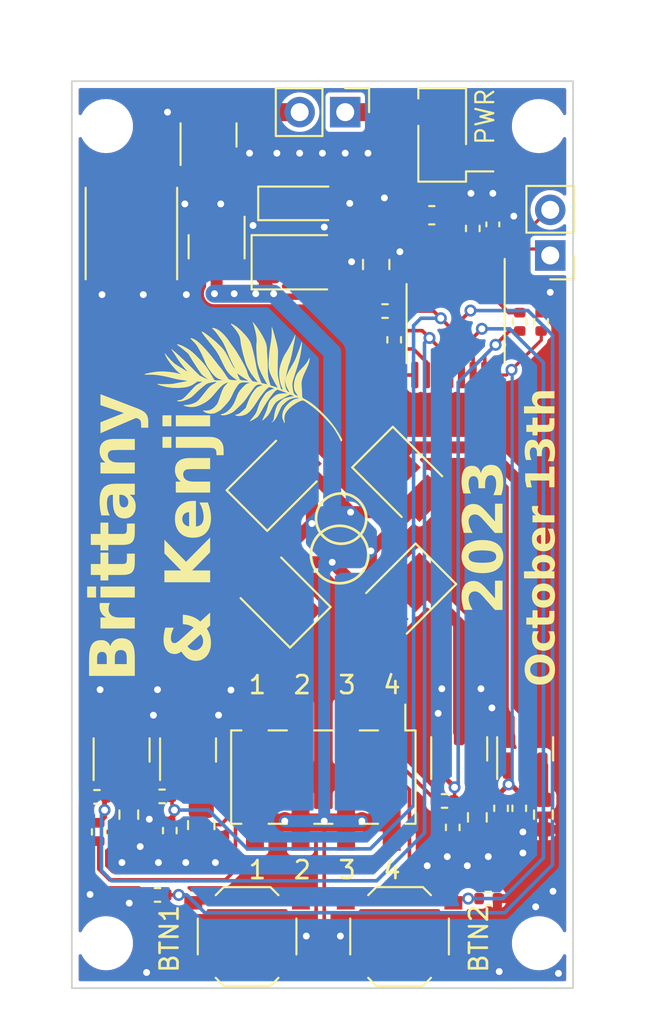
<source format=kicad_pcb>
(kicad_pcb (version 20221018) (generator pcbnew)
  (title_block (title "LED Lantern") (date "2023-09-15") (rev "0.2") (comment 1 "for Wedding Order"))
  (layers (0 "F.Cu" signal) (31 "B.Cu" signal) (34 "B.Paste" user) (35 "F.Paste" user) (36 "B.SilkS" user "B.Silkscreen") (37 "F.SilkS" user "F.Silkscreen") (38 "B.Mask" user) (39 "F.Mask" user) (44 "Edge.Cuts" user))
  (net 0 "")
  (net 1 "GND")
  (net 2 "VDD")
  (net 3 "Net-(BATT1-Pin_1)")
  (net 4 "+3.3V")
  (net 5 "Net-(D1-K)")
  (net 6 "Net-(D2-K)")
  (net 7 "Net-(D3-K)")
  (net 8 "Net-(D4-K)")
  (net 9 "/P1.7")
  (net 10 "/P1.6")
  (net 11 "/P1.5")
  (net 12 "/P1.4")
  (net 13 "/P1.3")
  (net 14 "Net-(U2-LX)")
  (net 15 "Net-(PROG1-Pin_1)")
  (net 16 "Net-(BATT1-Pin_2)")
  (net 17 "Net-(JUMP1-Pin_1)")
  (net 18 "Net-(PROG1-Pin_2)")
  (net 19 "Net-(JUMP1-Pin_3)")
  (net 20 "Net-(Q2-S)")
  (net 21 "Net-(JUMP1-Pin_5)")
  (net 22 "Net-(Q3-S)")
  (net 23 "/P2.0")
  (net 24 "/P2.1")
  (net 25 "/P2.6")
  (net 26 "/P2.7")
  (net 27 "/P1.0")
  (net 28 "/P1.1")
  (net 29 "/P1.2")
  (net 30 "Net-(Q4-S)")
  (net 31 "Net-(JUMP1-Pin_7)")
  (net 32 "Net-(Q5-S)")
  (footprint "LED_SMD:LED_PLCC_2835_Handsoldering" (layer "F.Cu") (at 137.257538 98.142462 45)
    (fp_text reference "D2" hide)
    (fp_text value "GREEN")
  )
  (footprint "Resistor_SMD:R_0402_1005Metric" (layer "F.Cu") (at 130.5032 121.3104)
    (fp_text reference "R23" hide)
    (fp_text value "1M")
  )
  (footprint "Resistor_SMD:R_0402_1005Metric" (layer "F.Cu") (at 127.2286 117.8032 -90)
    (fp_text reference "R18" hide)
    (fp_text value "270k")
  )
  (footprint "Package_TO_SOT_SMD:SOT-23" (layer "F.Cu") (at 151 113.1775 90)
    (fp_text reference "Q5" hide)
    (fp_text value "SI2302")
  )
  (footprint "Package_TO_SOT_SMD:SOT-23" (layer "F.Cu") (at 132.207 113.24 90)
    (fp_text reference "Q2" hide)
    (fp_text value "SI2302")
  )
  (footprint "MountingHole:MountingHole_2.5mm" (layer "F.Cu") (at 151.765 78.5)
    (fp_text reference "SYM1" hide)
    (fp_text value "SYM_ESD_Small")
  )
  (footprint "Resistor_SMD:R_0402_1005Metric" (layer "F.Cu") (at 143.7 90.4 -90)
    (fp_text reference "R10" hide)
    (fp_text value "100")
  )
  (footprint "Resistor_SMD:R_0805_2012Metric" (layer "F.Cu") (at 132.9436 117.4242 90)
    (fp_text reference "R4" hide)
    (fp_text value "24")
  )
  (footprint "Resistor_SMD:R_0402_1005Metric" (layer "F.Cu") (at 150.6728 116.4864 90)
    (fp_text reference "R13" hide)
    (fp_text value "1M")
  )
  (footprint "Resistor_SMD:R_0402_1005Metric" (layer "F.Cu") (at 146.9644 117.5512 90)
    (fp_text reference "R15" hide)
    (fp_text value "1M")
  )
  (footprint "Resistor_SMD:R_0402_1005Metric" (layer "F.Cu") (at 148.9456 121.5136 180)
    (fp_text reference "R22" hide)
    (fp_text value "1M")
  )
  (footprint "Resistor_SMD:R_0402_1005Metric" (layer "F.Cu") (at 146.5072 116.078 180)
    (fp_text reference "R20" hide)
    (fp_text value "270k")
  )
  (footprint "Resistor_SMD:R_0603_1608Metric" (layer "F.Cu") (at 148.336 116.9924 90)
    (fp_text reference "R7" hide)
    (fp_text value "10")
  )
  (footprint "Resistor_SMD:R_0402_1005Metric" (layer "F.Cu") (at 127.129 115.8494)
    (fp_text reference "R11" hide)
    (fp_text value "1M")
  )
  (footprint "Inductor_SMD:L_Taiyo-Yuden_NR-50xx" (layer "F.Cu") (at 129.0495 84.484 -90)
    (fp_text reference "L1" hide)
    (fp_text value "22u")
  )
  (footprint "Resistor_SMD:R_0603_1608Metric" (layer "F.Cu") (at 152.019 116.84 90)
    (fp_text reference "R6" hide)
    (fp_text value "10")
  )
  (footprint "Resistor_SMD:R_0402_1005Metric" (layer "F.Cu") (at 131.191 117.729 -90)
    (fp_text reference "R17" hide)
    (fp_text value "270k")
  )
  (footprint "klib:wedPalmSilk" (layer "F.Cu") (at 136.1 93.35 45)
    (fp_text reference "G***" hide)
    (fp_text value "LOGO" hide)
  )
  (footprint "Capacitor_SMD:C_0402_1005Metric" (layer "F.Cu") (at 149.2 83.975 90)
    (fp_text reference "C1" hide)
    (fp_text value "1n")
  )
  (footprint "Resistor_SMD:R_0402_1005Metric" (layer "F.Cu") (at 150.7 89.4 90)
    (fp_text reference "R14" hide)
    (fp_text value "100")
  )
  (footprint "Package_SO:TSSOP-16_4.4x5mm_P0.65mm" (layer "F.Cu") (at 147.125 89.5 -90)
    (fp_text reference "U1" hide)
    (fp_text value "MSP430FR2110")
  )
  (footprint "Resistor_SMD:R_0402_1005Metric" (layer "F.Cu") (at 148.082 84.201 -90)
    (fp_text reference "R1" hide)
    (fp_text value "47k")
  )
  (footprint "Capacitor_Tantalum_SMD:CP_EIA-3528-21_Kemet-B" (layer "F.Cu") (at 138.212 86.084)
    (fp_text reference "C5" hide)
    (fp_text value "100u")
  )
  (footprint "LED_SMD:LED_PLCC_2835_Handsoldering" (layer "F.Cu") (at 137.257538 104.642462 135)
    (fp_text reference "D1" hide)
    (fp_text value "RED")
  )
  (footprint "Package_TO_SOT_SMD:SOT-23" (layer "F.Cu") (at 133.35 78.994 90)
    (fp_text reference "Q1" hide)
    (fp_text value "SI2302")
  )
  (footprint "Connector_PinHeader_2.54mm:PinHeader_1x02_P2.54mm_Vertical" (layer "F.Cu") (at 140.97 77.724 -90)
    (fp_text reference "BATT1" hide)
    (fp_text value "Conn_01x02_Pin")
  )
  (footprint "Capacitor_Tantalum_SMD:CP_EIA-3216-18_Kemet-A" (layer "F.Cu") (at 138.43 82.804)
    (fp_text reference "C4" hide)
    (fp_text value "10u")
  )
  (footprint "Resistor_SMD:R_0402_1005Metric" (layer "F.Cu") (at 149.6568 116.4864 -90)
    (fp_text reference "R19" hide)
    (fp_text value "270k")
  )
  (footprint "MountingHole:MountingHole_2.5mm" (layer "F.Cu") (at 127.635 78.5)
    (fp_text reference "SYM4" hide)
    (fp_text value "SYM_ESD_Small")
  )
  (footprint "Package_TO_SOT_SMD:SOT-23" (layer "F.Cu") (at 147.325 113.1775 90)
    (fp_text reference "Q4" hide)
    (fp_text value "SI2302")
  )
  (footprint "Capacitor_SMD:C_0603_1608Metric_Pad1.08x0.95mm_HandSolder" (layer "F.Cu") (at 145.7971 83.4644 180)
    (fp_text reference "C3" hide)
    (fp_text value "100n")
  )
  (footprint "MountingHole:MountingHole_2.5mm" (layer "F.Cu") (at 127.635 124)
    (fp_text reference "SYM3" hide)
    (fp_text value "SYM_ESD_Small")
  )
  (footprint "Resistor_SMD:R_0402_1005Metric" (layer "F.Cu") (at 143.19 88.8 180)
    (fp_text reference "R9" hide)
    (fp_text value "100")
  )
  (footprint "Connector_PinHeader_2.54mm:PinHeader_2x04_P2.54mm_Vertical_SMD" (layer "F.Cu") (at 139.75 114.75 -90)
    (fp_text reference "JUMP1" hide)
    (fp_text value "Conn_02x04_Pin")
  )
  (footprint "Resistor_SMD:R_0402_1005Metric" (layer "F.Cu") (at 151.892 89.4 90)
    (fp_text reference "R12" hide)
    (fp_text value "100")
  )
  (footprint "MountingHole:MountingHole_2.5mm" (layer "F.Cu") (at 151.765 124)
    (fp_text reference "SYM2" hide)
    (fp_text value "SYM_ESD_Small")
  )
  (footprint "Connector_PinHeader_2.54mm:PinHeader_1x02_P2.54mm_Vertical" (layer "F.Cu") (at 152.4 85.7046 180)
    (fp_text reference "PROG1" hide)
    (fp_text value "Conn_01x02_Pin")
  )
  (footprint "LED_SMD:LED_PLCC_2835_Handsoldering" (layer "F.Cu") (at 144.257538 98.142462 -45)
    (fp_text reference "D3" hide)
    (fp_text value "BLUE")
  )
  (footprint "Button_Switch_SMD:SW_Push_1P1T_XKB_TS-1187A" (layer "F.Cu") (at 135.5 123.625)
    (fp_text reference "SW3" hide)
    (fp_text value "SW_SPST")
  )
  (footprint "Package_TO_SOT_SMD:SOT-23" (layer "F.Cu") (at 128.503783 113.24 90)
    (fp_text reference "Q3" hide)
    (fp_text value "SI2302")
  )
  (footprint "Button_Switch_SMD:SW_Push_1P1T_XKB_TS-1187A" (layer "F.Cu") (at 144 123.625)
    (fp_text reference "SW2" hide)
    (fp_text value "SW_SPST")
  )
  (footprint "Package_TO_SOT_SMD:SOT-23" (layer "F.Cu") (at 133.7995 85.2215 -90)
    (fp_text reference "U2" hide)
    (fp_text value "ME2188")
  )
  (footprint "Connector_PinHeader_2.54mm:PinHeader_1x02_P2.54mm_Vertical_SMD_Pin1Left" (layer "F.Cu") (at 146.3762 78.994 180)
    (fp_text reference "POWER1" hide)
    (fp_text value "Conn_01x02_Pin")
  )
  (footprint "Resistor_SMD:R_0402_1005Metric" (layer "F.Cu") (at 130.7592 115.824)
    (fp_text reference "R8" hide)
    (fp_text value "1M")
  )
  (footprint "Capacitor_SMD:C_0805_2012Metric_Pad1.18x1.45mm_HandSolder" (layer "F.Cu") (at 142.6972 86.2076 90)
    (fp_text reference "C2" hide)
    (fp_text value "10u")
  )
  (footprint "Resistor_SMD:R_0603_1608Metric" (layer "F.Cu") (at 128.905 116.84 90)
    (fp_text reference "R5" hide)
    (fp_text value "8.2")
  )
  (footprint "LED_SMD:LED_PLCC_2835_Handsoldering" (layer "F.Cu") (at 144.257538 104.642462 -135)
    (fp_text reference "D4" hide)
    (fp_text value "WHITE")
  )
  (gr_circle (center 140.657538 102.356675) (end 140.657538 100.756675) (stroke (width 0.15)) (fill none) (layer "F.SilkS"))
  (gr_circle (center 140.743325 100.356675) (end 140.743325 98.956675) (stroke (width 0.15)) (fill none) (layer "F.SilkS"))
  (gr_line (start 125.73 126.5) (end 125.73 76) (stroke (width 0.1)) (layer "Edge.Cuts"))
  (gr_line (start 153.67 126.5) (end 153.67 76) (stroke (width 0.1)) (layer "Edge.Cuts"))
  (gr_line (start 125.73 76) (end 153.67 76) (stroke (width 0.1)) (layer "Edge.Cuts"))
  (gr_line (start 153.67 126.5) (end 125.73 126.5) (stroke (width 0.1)) (layer "Edge.Cuts"))
  (gr_text "1" (at 135.5 110.2) (layer "F.SilkS") (effects (font (size 1 1)) (justify left bottom)))
  (gr_text "2023" (at 150.114 101.4 90) (layer "F.SilkS") (effects (font (size 2.2 2.2) (thickness 0.55) bold) (justify bottom)))
  (gr_text "BTN2" (at 149 123.75 90) (layer "F.SilkS") (effects (font (size 1 1)) (justify bottom)))
  (gr_text "4" (at 143 120.5) (layer "F.SilkS") (effects (font (size 1 1)) (justify left bottom)))
  (gr_text "2" (at 138 110.2) (layer "F.SilkS") (effects (font (size 1 1)) (justify left bottom)))
  (gr_text "4" (at 143 110.2) (layer "F.SilkS") (effects (font (size 1 1)) (justify left bottom)))
  (gr_text "Brittany\n& Kenji" (at 130.302 101.4 90) (layer "F.SilkS") (effects (font (size 2.5 2.5) (thickness 0.5) bold)))
  (gr_text "3" (at 140.5 110.2) (layer "F.SilkS") (effects (font (size 1 1)) (justify left bottom)))
  (gr_text "2" (at 138 120.5) (layer "F.SilkS") (effects (font (size 1 1)) (justify left bottom)))
  (gr_text "1" (at 135.5 120.5) (layer "F.SilkS") (effects (font (size 1 1)) (justify left bottom)))
  (gr_text "PWR" (at 149.352 79.629 90) (layer "F.SilkS") (effects (font (size 1 1) (thickness 0.127)) (justify left bottom)))
  (gr_text "3" (at 140.5 120.5) (layer "F.SilkS") (effects (font (size 1 1)) (justify left bottom)))
  (gr_text "October 13th" (at 152.908 101.4 90) (layer "F.SilkS") (effects (font (size 1.6 1.6) (thickness 0.3) bold) (justify bottom)))
  (gr_text "BTN1" (at 131.75 123.75 90) (layer "F.SilkS") (effects (font (size 1 1)) (justify bottom)))
  (segment (start 146.0153 85.5125) (end 146.15 85.6472) (width 0.275) (layer "F.Cu") (net 1))
  (segment (start 144.0341 85.5125) (end 146.0153 85.5125) (width 0.275) (layer "F.Cu") (net 1))
  (segment (start 144.018 85.4964) (end 144.0341 85.5125) (width 0.275) (layer "F.Cu") (net 1))
  (segment (start 148.209 117.856) (end 148.336 117.729) (width 0.5) (layer "F.Cu") (net 1))
  (segment (start 147.066 117.856) (end 148.209 117.856) (width 0.5) (layer "F.Cu") (net 1))
  (segment (start 146.15 85.6472) (end 146.15 86.6375) (width 0.275) (layer "F.Cu") (net 1))
  (via (at 140.7 123.6) (size 0.67) (drill 0.381) (layers "F.Cu" "B.Cu") (net 1))
  (via (at 128.9304 121.7676) (size 0.67) (drill 0.381) (layers "F.Cu" "B.Cu") (net 1))
  (via (at 126.746 121.285) (size 0.67) (drill 0.381) (layers "F.Cu" "B.Cu") (net 1))
  (via (at 139.7 80.01) (size 0.67) (drill 0.381) (layers "F.Cu" "B.Cu") (net 1))
  (via (at 130.048 117.094) (size 0.67) (drill 0.381) (layers "F.Cu" "B.Cu") (net 1))
  (via (at 127.412 87.884) (size 0.67) (drill 0.381) (layers "F.Cu" "B.Cu") (net 1))
  (via (at 129.54 118.618) (size 0.67) (drill 0.381) (layers "F.Cu" "B.Cu") (net 1))
  (via (at 152.8572 125.6792) (size 0.67) (drill 0.381) (layers "F.Cu" "B.Cu") (net 1))
  (via (at 134.6 109.9) (size 0.67) (drill 0.381) (layers "F.Cu" "B.Cu") (net 1))
  (via (at 138.43 80.01) (size 0.67) (drill 0.381) (layers "F.Cu" "B.Cu") (net 1))
  (via (at 150.876 117.8052) (size 0.67) (drill 0.381) (layers "F.Cu" "B.Cu") (net 1))
  (via (at 149.5552 125.5776) (size 0.67) (drill 0.381) (layers "F.Cu" "B.Cu") (net 1))
  (via (at 146.3548 109.8296) (size 0.67) (drill 0.381) (layers "F.Cu" "B.Cu") (net 1))
  (via (at 140.97 80.01) (size 0.67) (drill 0.381) (layers "F.Cu" "B.Cu") (net 1))
  (via (at 146.6596 119.1768) (size 0.67) (drill 0.381) (layers "F.Cu" "B.Cu") (net 1))
  (via (at 150.368 83.5152) (size 0.67) (drill 0.381) (layers "F.Cu" "B.Cu") (net 1))
  (via (at 130.2766 111.3028) (size 0.67) (drill 0.381) (layers "F.Cu" "B.Cu") (net 1))
  (via (at 133.9088 111.3) (size 0.67) (drill 0.381) (layers "F.Cu" "B.Cu") (net 1))
  (via (at 127.3048 109.8804) (size 0.67) (drill 0.381) (layers "F.Cu" "B.Cu") (net 1))
  (via (at 133.731 119.507) (size 0.67) (drill 0.381) (layers "F.Cu" "B.Cu") (net 1))
  (via (at 144.018 85.4964) (size 0.67) (drill 0.381) (layers "F.Cu" "B.Cu") (net 1))
  (via (at 131.064 77.724) (size 0.67) (drill 0.381) (layers "F.Cu" "B.Cu") (net 1))
  (via (at 132.03075 82.834) (size 0.67) (drill 0.381) (layers "F.Cu" "B.Cu") (net 1))
  (via (at 130.5052 109.8804) (size 0.67) (drill 0.381) (layers "F.Cu" "B.Cu") (net 1))
  (via (at 151.5872 121.9708) (size 0.67) (drill 0.381) (layers "F.Cu" "B.Cu") (net 1))
  (via (at 135.83075 84.034) (size 0.67) (drill 0.381) (layers "F.Cu" "B.Cu") (net 1))
  (via (at 137.16 80.01) (size 0.67) (drill 0.381) (layers "F.Cu" "B.Cu") (net 1))
  (via (at 141.3256 86.0552) (size 0.67) (drill 0.381) (layers "F.Cu" "B.Cu") (net 1))
  (via (at 129.8956 125.6284) (size 0.67) (drill 0.381) (layers "F.Cu" "B.Cu") (net 1))
  (via (at 143.1544 82.4992) (size 0.67) (drill 0.381) (layers "F.Cu" "B.Cu") (net 1))
  (via (at 129.712 87.884) (size 0.67) (drill 0.381) (layers "F.Cu" "B.Cu") (net 1))
  (via (at 132.08 119.507) (size 0.67) (drill 0.381) (layers "F.Cu" "B.Cu") (net 1))
  (via (at 152.4 87.757) (size 0.67) (drill 0.381) (layers "F.Cu" "B.Cu") (net 1))
  (via (at 152.5524 121.1072) (size 0.67) (drill 0.381) (layers "F.Cu" "B.Cu") (net 1))
  (via (at 138.8 123.6) (size 0.67) (drill 0.381) (layers "F.Cu" "B.Cu") (net 1))
  (via (at 130.556 119.507) (size 0.67) (drill 0.381) (layers "F.Cu" "B.Cu") (net 1))
  (via (at 148.9456 119.1768) (size 0.67) (drill 0.381) (layers "F.Cu" "B.Cu") (net 1))
  (via (at 146.1516 111.2012) (size 0.67) (drill 0.381) (layers "F.Cu" "B.Cu") (net 1))
  (via (at 135.636 80.01) (size 0.67) (drill 0.381) (layers "F.Cu" "B.Cu") (net 1))
  (via (at 149.1488 110.8964) (size 0.67) (drill 0.381) (layers "F.Cu" "B.Cu") (net 1))
  (via (at 147.7772 119.6848) (size 0.67) (drill 0.381) (layers "F.Cu" "B.Cu") (net 1))
  (via (at 128.524 119.507) (size 0.67) (drill 0.381) (layers "F.Cu" "B.Cu") (net 1))
  (via (at 148.5392 109.8296) (size 0.67) (drill 0.381) (layers "F.Cu" "B.Cu") (net 1))
  (via (at 132.112 87.884) (size 0.67) (drill 0.381) (layers "F.Cu" "B.Cu") (net 1))
  (via (at 141.224 82.804) (size 0.67) (drill 0.381) (layers "F.Cu" "B.Cu") (net 1))
  (via (at 142.24 80.01) (size 0.67) (drill 0.381) (layers "F.Cu" "B.Cu") (net 1))
  (via (at 139.8016 84.1248) (size 0.67) (drill 0.381) (layers "F.Cu" "B.Cu") (net 1))
  (via (at 134.03075 82.834) (size 0.67) (drill 0.381) (layers "F.Cu" "B.Cu") (net 1))
  (via (at 145.542 119.6848) (size 0.67) (drill 0.381) (layers "F.Cu" "B.Cu") (net 1))
  (via (at 150.876 118.9736) (size 0.67) (drill 0.381) (layers "F.Cu" "B.Cu") (net 1))
  (via (at 147.9804 82.2452) (size 0.67) (drill 0.381) (layers "F.Cu" "B.Cu") (net 1))
  (via (at 149.1996 82.2452) (size 0.67) (drill 0.381) (layers "F.Cu" "B.Cu") (net 1))
  (segment (start 132.4 81.092) (end 132.842 81.534) (width 1) (layer "F.Cu") (net 2))
  (segment (start 129.66 82.684) (end 129.0495 82.684) (width 1) (layer "F.Cu") (net 2))
  (segment (start 137.08 82.804) (end 137.08 81.868) (width 1) (layer "F.Cu") (net 2))
  (segment (start 136.398 81.534) (end 137.08 82.216) (width 1) (layer "F.Cu") (net 2))
  (segment (start 137.668 81.28) (end 142.748 81.28) (width 1) (layer "F.Cu") (net 2))
  (segment (start 137.08 81.868) (end 137.668 81.28) (width 1) (layer "F.Cu") (net 2))
  (segment (start 132.4 79.944) (end 129.66 82.684) (width 1) (layer "F.Cu") (net 2))
  (segment (start 132.842 81.534) (end 136.398 81.534) (width 1) (layer "F.Cu") (net 2))
  (segment (start 132.4 79.9315) (end 132.4 79.944) (width 1) (layer "F.Cu") (net 2))
  (segment (start 132.4 79.9315) (end 132.4 81.092) (width 1) (layer "F.Cu") (net 2))
  (segment (start 142.748 81.28) (end 143.764 80.264) (width 1) (layer "F.Cu") (net 2))
  (segment (start 137.08 82.216) (end 137.08 82.804) (width 1) (layer "F.Cu") (net 2))
  (segment (start 143.764 80.264) (end 148.082 80.264) (width 1) (layer "F.Cu") (net 2))
  (segment (start 140.97 77.724) (end 144.772 77.724) (width 1) (layer "F.Cu") (net 3))
  (segment (start 137.6 117.2) (end 137.675 117.275) (width 1) (layer "F.Cu") (net 4))
  (segment (start 136.1792 103.564124) (end 139.113694 100.62963) (width 0.67) (layer "F.Cu") (net 4))
  (segment (start 139.113694 97.841942) (end 138.335876 97.064124) (width 0.67) (layer "F.Cu") (net 4))
  (segment (start 137.675 117.275) (end 141.825 117.275) (width 1) (layer "F.Cu") (net 4))
  (segment (start 139.113694 100.62963) (end 139.113694 97.841942) (width 0.67) (layer "F.Cu") (net 4))
  (segment (start 147 125.5) (end 141 125.5) (width 0.2) (layer "F.Cu") (net 4))
  (segment (start 146.8 87.7) (end 146.5 88) (width 0.36) (layer "F.Cu") (net 4))
  (segment (start 146.8862 83.691) (end 146.6596 83.4644) (width 0.275) (layer "F.Cu") (net 4))
  (segment (start 136.312 86.159) (end 136.487 85.984) (width 0.67) (layer "F.Cu") (net 4))
  (segment (start 142.494 88) (end 142.494 87.4483) (width 0.36) (layer "F.Cu") (net 4))
  (segment (start 142.494 87.4483) (end 142.6972 87.2451) (width 0.36) (layer "F.Cu") (net 4))
  (segment (start 146.8 86.6375) (end 146.8 83.6048) (width 0.36) (layer "F.Cu") (net 4))
  (segment (start 145.335876 99.2208) (end 142.401382 102.155294) (width 0.67) (layer "F.Cu") (net 4))
  (segment (start 136.487 87.34025) (end 136.98075 87.834) (width 0.67) (layer "F.Cu") (net 4))
  (segment (start 143.0528 88) (end 143.0528 87.6007) (width 0.36) (layer "F.Cu") (net 4))
  (segment (start 144.558058 99.998618) (end 145.335876 99.2208) (width 0.67) (layer "F.Cu") (net 4))
  (segment (start 141.27037 99.998618) (end 144.558058 99.998618) (width 0.67) (layer "F.Cu") (net 4))
  (segment (start 143.56 117.275) (end 141.975 117.275) (width 1) (layer "F.Cu") (net 4))
  (segment (start 137.6 117.2) (end 137.525 117.275) (width 1) (layer "F.Cu") (net 4))
  (segment (start 134.78075 87.834) (end 133.68075 87.834) (width 0.67) (layer "F.Cu") (net 4))
  (segment (start 141.975 117.275) (end 141.9 117.2) (width 1) (layer "F.Cu") (net 4))
  (segment (start 133.7995 86.159) (end 133.7995 87.71525) (width 0.67) (layer "F.Cu") (net 4))
  (segment (start 142.401382 104.942982) (end 143.1792 105.7208) (width 0.67) (layer "F.Cu") (net 4))
  (segment (start 141.825 117.275) (end 141.9 117.2) (width 1) (layer "F.Cu") (net 4))
  (segment (start 136.487 85.984) (end 136.487 87.34025) (width 0.67) (layer "F.Cu") (net 4))
  (segment (start 143.1792 105.7208) (end 140.244706 102.786306) (width 0.67) (layer "F.Cu") (net 4))
  (segment (start 141 125.5) (end 139.8 125.5) (width 0.2) (layer "F.Cu") (net 4))
  (segment (start 136.962 87.81525) (end 136.962 87.584) (width 0.36) (layer "F.Cu") (net 4))
  (segment (start 139.8 117.2) (end 139.8 125.5) (width 0.2) (layer "F.Cu") (net 4))
  (segment (start 140.244706 102.786306) (end 136.957018 102.786306) (width 0.67) (layer "F.Cu") (net 4))
  (segment (start 138.5 125.5) (end 132.5 125.5) (width 0.2) (layer "F.Cu") (net 4))
  (segment (start 139.8 125.5) (end 138.5 125.5) (width 0.2) (layer "F.Cu") (net 4))
  (segment (start 134.78075 87.834) (end 135.98075 87.834) (width 0.67) (layer "F.Cu") (net 4))
  (segment (start 146.8 86.6375) (end 146.8 87.7) (width 0.36) (layer "F.Cu") (net 4))
  (segment (start 133.7995 86.159) (end 136.312 86.159) (width 0.67) (layer "F.Cu") (net 4))
  (segment (start 136.98075 87.834) (end 135.98075 87.834) (width 0.67) (layer "F.Cu") (net 4))
  (segment (start 146.5 88) (end 143.0528 88) (width 0.36) (layer "F.Cu") (net 4))
  (segment (start 133.7995 87.71525) (end 133.68075 87.834) (width 0.67) (layer "F.Cu") (net 4))
  (segment (start 146.8 83.6048) (end 146.6596 83.4644) (width 0.36) (layer "F.Cu") (net 4))
  (segment (start 132.5 125.3) (end 132.5 125.5) (width 0.2) (layer "F.Cu") (net 4))
  (segment (start 148.082 83.691) (end 146.8862 83.691) (width 0.275) (layer "F.Cu") (net 4))
  (segment (start 136.957018 102.786306) (end 136.1792 103.564124) (width 0.67) (layer "F.Cu") (net 4))
  (segment (start 143.0528 87.6007) (end 142.6972 87.2451) (width 0.36) (layer "F.Cu") (net 4))
  (segment (start 137.14675 88) (end 136.962 87.81525) (width 0.36) (layer "F.Cu") (net 4))
  (segment (start 138.335876 97.064124) (end 141.27037 99.998618) (width 0.67) (layer "F.Cu") (net 4))
  (segment (start 137.525 117.275) (end 135.94 117.275) (width 1) (layer "F.Cu") (net 4))
  (segment (start 142.494 88) (end 137.14675 88) (width 0.36) (layer "F.Cu") (net 4))
  (segment (start 142.401382 102.155294) (end 142.401382 104.942982) (width 0.67) (layer "F.Cu") (net 4))
  (segment (start 143.0528 88) (end 142.494 88) (width 0.36) (layer "F.Cu") (net 4))
  (via (at 141.27037 99.998618) (size 0.67) (drill 0.381) (layers "F.Cu" "B.Cu") (net 4))
  (via (at 136.98075 87.834) (size 0.67) (drill 0.381) (layers "F.Cu" "B.Cu") (net 4))
  (via (at 133.68075 87.834) (size 0.67) (drill 0.381) (layers "F.Cu" "B.Cu") (net 4))
  (via (at 141.9 117.2) (size 0.67) (drill 0.381) (layers "F.Cu" "B.Cu") (net 4))
  (via (at 142.401382 102.155294) (size 0.67) (drill 0.381) (layers "F.Cu" "B.Cu") (net 4))
  (via (at 135.98075 87.834) (size 0.67) (drill 0.381) (layers "F.Cu" "B.Cu") (net 4))
  (via (at 139.113694 100.62963) (size 0.67) (drill 0.381) (layers "F.Cu" "B.Cu") (net 4))
  (via (at 140.244706 102.786306) (size 0.67) (drill 0.381) (layers "F.Cu" "B.Cu") (net 4))
  (via (at 139.8 117.2) (size 0.67) (drill 0.381) (layers "F.Cu" "B.Cu") (net 4))
  (via (at 137.6 117.2) (size 0.67) (drill 0.381) (layers "F.Cu" "B.Cu") (net 4))
  (via (at 134.78075 87.834) (size 0.67) (drill 0.381) (layers "F.Cu" "B.Cu") (net 4))
  (segment (start 142.401382 101.12963) (end 141.27037 99.998618) (width 0.67) (layer "B.Cu") (net 4))
  (segment (start 140.244706 102.786306) (end 141.77037 102.786306) (width 0.67) (layer "B.Cu") (net 4))
  (segment (start 140.244706 102.786306) (end 139.8 103.231012) (width 0.67) (layer "B.Cu") (net 4))
  (segment (start 136.98075 87.834) (end 140.244706 91.097956) (width 1) (layer "B.Cu") (net 4))
  (segment (start 142.401382 102.155294) (end 142.401382 101.12963) (width 0.67) (layer "B.Cu") (net 4))
  (segment (start 139.8 102.831012) (end 139.8 117.2) (width 0.67) (layer "B.Cu") (net 4))
  (segment (start 137.6 117.2) (end 139.8 117.2) (width 0.67) (layer "B.Cu") (net 4))
  (segment (start 139.113694 101.655294) (end 140.244706 102.786306) (width 0.67) (layer "B.Cu") (net 4))
  (segment (start 141.27037 99.998618) (end 139.744706 99.998618) (width 0.67) (layer "B.Cu") (net 4))
  (segment (start 141.77037 102.786306) (end 142.401382 102.155294) (width 0.67) (layer "B.Cu") (net 4))
  (segment (start 139.113694 100.62963) (end 139.113694 101.655294) (width 0.67) (layer "B.Cu") (net 4))
  (segment (start 139.744706 99.998618) (end 139.113694 100.62963) (width 0.67) (layer "B.Cu") (net 4))
  (segment (start 141.9 117.2) (end 139.8 117.2) (width 0.67) (layer "B.Cu") (net 4))
  (segment (start 133.68075 87.834) (end 136.98075 87.834) (width 1) (layer "B.Cu") (net 4))
  (segment (start 139.113694 100.62963) (end 139.1 100.615936) (width 0.67) (layer "B.Cu") (net 4))
  (segment (start 140.244706 91.097956) (end 140.244706 102.786306) (width 1) (layer "B.Cu") (net 4))
  (segment (start 132.207 110.617) (end 137.439076 105.384924) (width 0.67) (layer "F.Cu") (net 5))
  (segment (start 132.207 112.3025) (end 132.207 110.617) (width 0.67) (layer "F.Cu") (net 5))
  (segment (start 137.615076 105.384924) (end 138 105.384924) (width 0.6) (layer "F.Cu") (net 5))
  (segment (start 137.439076 105.384924) (end 138 105.384924) (width 0.67) (layer "F.Cu") (net 5))
  (segment (start 128.524 109.982) (end 128.524 112.3025) (width 0.6) (layer "F.Cu") (net 6))
  (segment (start 135.166152 97.536) (end 130.81 97.536) (width 0.6) (layer "F.Cu") (net 6))
  (segment (start 136.515076 98.884924) (end 135.166152 97.536) (width 0.6) (layer "F.Cu") (net 6))
  (segment (start 130.048 108.458) (end 128.524 109.982) (width 0.6) (layer "F.Cu") (net 6))
  (segment (start 130.81 97.536) (end 130.048 98.298) (width 0.6) (layer "F.Cu") (net 6))
  (segment (start 136.280152 98.65) (end 136.515076 98.884924) (width 0.6) (layer "F.Cu") (net 6))
  (segment (start 130.048 98.298) (end 130.048 108.458) (width 0.6) (layer "F.Cu") (net 6))
  (segment (start 150.6728 98.3228) (end 148.743 96.393) (width 0.67) (layer "F.Cu") (net 7))
  (segment (start 150.6728 110.7948) (end 150.6728 98.3228) (width 0.67) (layer "F.Cu") (net 7))
  (segment (start 151 112.24) (end 151 111.122) (width 0.67) (layer "F.Cu") (net 7))
  (segment (start 151 111.122) (end 150.6728 110.7948) (width 0.67) (layer "F.Cu") (net 7))
  (segment (start 148.743 96.393) (end 144.522076 96.393) (width 0.67) (layer "F.Cu") (net 7))
  (segment (start 144.522076 96.393) (end 143.515076 97.4) (width 0.67) (layer "F.Cu") (net 7))
  (segment (start 147.325 106.225) (end 145 103.9) (width 0.67) (layer "F.Cu") (net 8))
  (segment (start 147.317 112.232) (end 147.317 106.233) (width 0.67) (layer "F.Cu") (net 8))
  (segment (start 147.325 112.24) (end 147.317 112.232) (width 0.67) (layer "F.Cu") (net 8))
  (segment (start 147.317 106.233) (end 147.325 106.225) (width 0.67) (layer "F.Cu") (net 8))
  (segment (start 145.669 90.297) (end 145.262 89.89) (width 0.2) (layer "F.Cu") (net 9))
  (segment (start 145.669 90.297) (end 146.15 90.778) (width 0.2) (layer "F.Cu") (net 9))
  (segment (start 145.262 89.89) (end 143.7 89.89) (width 0.2) (layer "F.Cu") (net 9))
  (segment (start 127.553783 114.1775) (end 127.553783 116.968017) (width 0.275) (layer "F.Cu") (net 9))
  (segment (start 146.15 90.778) (end 146.15 92.3625) (width 0.2) (layer "F.Cu") (net 9))
  (segment (start 127.553783 116.968017) (end 127.2286 117.2932) (width 0.275) (layer "F.Cu") (net 9))
  (via (at 145.669 90.297) (size 0.67) (drill 0.381) (layers "F.Cu" "B.Cu") (net 9))
  (via (at 127.553783 116.586) (size 0.67) (drill 0.381) (layers "F.Cu" "B.Cu") (net 9))
  (segment (start 127.9525 120.523) (end 142.7226 120.523) (width 0.2) (layer "B.Cu") (net 9))
  (segment (start 145.3896 117.856) (end 145.3896 90.5764) (width 0.2) (layer "B.Cu") (net 9))
  (segment (start 145.3896 90.5764) (end 145.669 90.297) (width 0.2) (layer "B.Cu") (net 9))
  (segment (start 142.7226 120.523) (end 145.3896 117.856) (width 0.2) (layer "B.Cu") (net 9))
  (segment (start 127.553783 116.586) (end 127.381 116.758783) (width 0.2) (layer "B.Cu") (net 9))
  (segment (start 127.381 119.9515) (end 127.9525 120.523) (width 0.2) (layer "B.Cu") (net 9))
  (segment (start 127.381 116.758783) (end 127.381 119.9515) (width 0.2) (layer "B.Cu") (net 9))
  (segment (start 131.257 115.758) (end 131.191 115.824) (width 0.275) (layer "F.Cu") (net 10))
  (segment (start 146.8 89.7) (end 146.8 92.3625) (width 0.2) (layer "F.Cu") (net 10))
  (segment (start 145.9 88.8) (end 143.7 88.8) (width 0.2) (layer "F.Cu") (net 10))
  (segment (start 131.318 115.951) (end 131.191 115.824) (width 0.2) (layer "F.Cu") (net 10))
  (segment (start 131.445 116.586) (end 131.318 116.459) (width 0.2) (layer "F.Cu") (net 10))
  (segment (start 131.445 116.838) (end 131.064 117.219) (width 0.275) (layer "F.Cu") (net 10))
  (segment (start 131.445 116.586) (end 131.445 116.838) (width 0.275) (layer "F.Cu") (net 10))
  (segment (start 146.3 89.2) (end 146.8 89.7) (width 0.2) (layer "F.Cu") (net 10))
  (segment (start 131.257 114.1775) (end 131.257 115.758) (width 0.275) (layer "F.Cu") (net 10))
  (segment (start 146.3 89.2) (end 145.9 88.8) (width 0.2) (layer "F.Cu") (net 10))
  (segment (start 131.318 116.459) (end 131.318 115.951) (width 0.2) (layer "F.Cu") (net 10))
  (via (at 131.445 116.586) (size 0.67) (drill 0.381) (layers "F.Cu" "B.Cu") (net 10))
  (via (at 146.3 89.2) (size 0.67) (drill 0.381) (layers "F.Cu" "B.Cu") (net 10))
  (segment (start 133.35 116.586) (end 131.445 116.586) (width 0.2) (layer "B.Cu") (net 10))
  (segment (start 135.509 118.745) (end 133.35 116.586) (width 0.2) (layer "B.Cu") (net 10))
  (segment (start 142.367 118.745) (end 135.509 118.745) (width 0.2) (layer "B.Cu") (net 10))
  (segment (start 146.3 89.2) (end 145.1912 89.2) (width 0.2) (layer "B.Cu") (net 10))
  (segment (start 144.78 89.6112) (end 144.78 116.332) (width 0.2) (layer "B.Cu") (net 10))
  (segment (start 145.1912 89.2) (end 144.78 89.6112) (width 0.2) (layer "B.Cu") (net 10))
  (segment (start 144.78 116.332) (end 142.367 118.745) (width 0.2) (layer "B.Cu") (net 10))
  (segment (start 147.45 89.278) (end 147.45 92.3625) (width 0.2) (layer "F.Cu") (net 11))
  (segment (start 138.5 121.75) (end 132.5 121.75) (width 0.2) (layer "F.Cu") (net 11))
  (segment (start 132.0604 121.3104) (end 132.5 121.75) (width 0.2) (layer "F.Cu") (net 11))
  (segment (start 131.6896 121.3104) (end 132.0604 121.3104) (width 0.2) (layer "F.Cu") (net 11))
  (segment (start 131.6896 121.3104) (end 131.1676 121.3104) (width 0.2) (layer "F.Cu") (net 11))
  (segment (start 147.955 88.773) (end 147.45 89.278) (width 0.2) (layer "F.Cu") (net 11))
  (via (at 131.6896 121.3104) (size 0.67) (drill 0.381) (layers "F.Cu" "B.Cu") (net 11))
  (via (at 147.955 88.773) (size 0.67) (drill 0.381) (layers "F.Cu" "B.Cu") (net 11))
  (segment (start 152.527 119.634) (end 149.86 122.301) (width 0.2) (layer "B.Cu") (net 11))
  (segment (start 132.1515 121.3104) (end 131.6896 121.3104) (width 0.2) (layer "B.Cu") (net 11))
  (segment (start 149.86 122.301) (end 133.1421 122.301) (width 0.2) (layer "B.Cu") (net 11))
  (segment (start 151.1554 88.773) (end 152.527 90.1446) (width 0.2) (layer "B.Cu") (net 11))
  (segment (start 152.527 90.1446) (end 152.527 119.634) (width 0.2) (layer "B.Cu") (net 11))
  (segment (start 147.955 88.773) (end 151.1554 88.773) (width 0.2) (layer "B.Cu") (net 11))
  (segment (start 133.1421 122.301) (end 132.1515 121.3104) (width 0.2) (layer "B.Cu") (net 11))
  (segment (start 148.1 90.279) (end 148.1 92.3625) (width 0.2) (layer "F.Cu") (net 12))
  (segment (start 147.828 121.5136) (end 148.4356 121.5136) (width 0.2) (layer "F.Cu") (net 12))
  (segment (start 148.59 89.789) (end 148.1 90.279) (width 0.2) (layer "F.Cu") (net 12))
  (segment (start 147.2364 121.5136) (end 147 121.75) (width 0.2) (layer "F.Cu") (net 12))
  (segment (start 147.828 121.5136) (end 147.2364 121.5136) (width 0.2) (layer "F.Cu") (net 12))
  (segment (start 141 121.75) (end 147 121.75) (width 0.2) (layer "F.Cu") (net 12))
  (via (at 147.828 121.5136) (size 0.67) (drill 0.381) (layers "F.Cu" "B.Cu") (net 12))
  (via (at 148.59 89.789) (size 0.67) (drill 0.381) (layers "F.Cu" "B.Cu") (net 12))
  (segment (start 148.59 89.789) (end 150.1394 89.789) (width 0.2) (layer "B.Cu") (net 12))
  (segment (start 152.019 119.253) (end 149.7584 121.5136) (width 0.2) (layer "B.Cu") (net 12))
  (segment (start 150.1394 89.789) (end 152.019 91.6686) (width 0.2) (layer "B.Cu") (net 12))
  (segment (start 149.7584 121.5136) (end 147.828 121.5136) (width 0.2) (layer "B.Cu") (net 12))
  (segment (start 152.019 91.6686) (end 152.019 119.253) (width 0.2) (layer "B.Cu") (net 12))
  (segment (start 149.352 90.678) (end 148.75 91.28) (width 0.2) (layer "F.Cu") (net 13))
  (segment (start 147.066 116.0292) (end 147.0172 116.078) (width 0.2) (layer "F.Cu") (net 13))
  (segment (start 147.0172 116.9884) (end 146.9644 117.0412) (width 0.2) (layer "F.Cu") (net 13))
  (segment (start 146.375 114.625) (end 147.066 115.316) (width 0.275) (layer "F.Cu") (net 13))
  (segment (start 146.375 114.115) (end 146.375 114.625) (width 0.275) (layer "F.Cu") (net 13))
  (segment (start 149.352 90.678) (end 150.12 89.91) (width 0.2) (layer "F.Cu") (net 13))
  (segment (start 147.0172 116.078) (end 147.0172 116.9884) (width 0.2) (layer "F.Cu") (net 13))
  (segment (start 150.12 89.91) (end 150.7 89.91) (width 0.2) (layer "F.Cu") (net 13))
  (segment (start 147.066 115.316) (end 147.066 116.0292) (width 0.2) (layer "F.Cu") (net 13))
  (segment (start 148.75 91.28) (end 148.75 92.3625) (width 0.2) (layer "F.Cu") (net 13))
  (via (at 149.352 90.678) (size 0.67) (drill 0.381) (layers "F.Cu" "B.Cu") (net 13))
  (via (at 147.066 115.316) (size 0.67) (drill 0.381) (layers "F.Cu" "B.Cu") (net 13))
  (segment (start 149.352 90.678) (end 147.2692 92.7608) (width 0.2) (layer "B.Cu") (net 13))
  (segment (start 147.2692 115.1128) (end 147.066 115.316) (width 0.2) (layer "B.Cu") (net 13))
  (segment (start 147.2692 92.7608) (end 147.2692 115.1128) (width 0.2) (layer "B.Cu") (net 13))
  (segment (start 132.8495 84.434) (end 132.8495 84.284) (width 1) (layer "F.Cu") (net 14))
  (segment (start 129.0495 86.284) (end 130.9995 86.284) (width 1) (layer "F.Cu") (net 14))
  (segment (start 130.9995 86.284) (end 132.8495 84.434) (width 1) (layer "F.Cu") (net 14))
  (segment (start 148.1 86.6375) (end 148.1 85.58) (width 0.178) (layer "F.Cu") (net 15))
  (segment (start 148.336 85.344) (end 152.141 85.344) (width 0.178) (layer "F.Cu") (net 15))
  (segment (start 152.141 85.344) (end 152.4 85.603) (width 0.178) (layer "F.Cu") (net 15))
  (segment (start 151.897 85.1) (end 152.4 85.603) (width 0.178) (layer "F.Cu") (net 15))
  (segment (start 148.1 85.58) (end 148.336 85.344) (width 0.178) (layer "F.Cu") (net 15))
  (segment (start 133.6825 77.724) (end 133.35 78.0565) (width 1) (layer "F.Cu") (net 16))
  (segment (start 138.43 77.724) (end 133.6825 77.724) (width 1) (layer "F.Cu") (net 16))
  (segment (start 143.56 113.59) (end 146.048 116.078) (width 0.2) (layer "F.Cu") (net 17))
  (segment (start 143.56 112.225) (end 143.56 113.59) (width 0.2) (layer "F.Cu") (net 17))
  (segment (start 147.45 86.6375) (end 147.45 85.343) (width 0.178) (layer "F.Cu") (net 18))
  (segment (start 152.4 83.063) (end 152.337 83) (width 0.2) (layer "F.Cu") (net 18))
  (segment (start 151.008 84.455) (end 152.4 83.063) (width 0.178) (layer "F.Cu") (net 18))
  (segment (start 147.45 85.343) (end 148.082 84.711) (width 0.178) (layer "F.Cu") (net 18))
  (segment (start 149.2 84.455) (end 151.008 84.455) (width 0.178) (layer "F.Cu") (net 18))
  (segment (start 148.338 84.455) (end 148.082 84.711) (width 0.178) (layer "F.Cu") (net 18))
  (segment (start 149.2 84.455) (end 148.338 84.455) (width 0.178) (layer "F.Cu") (net 18))
  (segment (start 143.5 114.4) (end 144.55 115.45) (width 0.2) (layer "F.Cu") (net 19))
  (segment (start 142.003855 114.4) (end 143.5 114.4) (width 0.2) (layer "F.Cu") (net 19))
  (segment (start 144.55 119.912) (end 145.288 120.65) (width 0.2) (layer "F.Cu") (net 19))
  (segment (start 149.86 120.396) (end 149.86 117.1996) (width 0.2) (layer "F.Cu") (net 19))
  (segment (start 149.606 120.65) (end 149.86 120.396) (width 0.2) (layer "F.Cu") (net 19))
  (segment (start 144.55 115.45) (end 144.55 119.912) (width 0.2) (layer "F.Cu") (net 19))
  (segment (start 141.02 112.225) (end 141.02 113.416145) (width 0.2) (layer "F.Cu") (net 19))
  (segment (start 145.288 120.65) (end 149.606 120.65) (width 0.2) (layer "F.Cu") (net 19))
  (segment (start 141.02 113.416145) (end 142.003855 114.4) (width 0.2) (layer "F.Cu") (net 19))
  (segment (start 149.86 117.1996) (end 149.6568 116.9964) (width 0.2) (layer "F.Cu") (net 19))
  (segment (start 133.157 114.1775) (end 133.157 116.2563) (width 0.67) (layer "F.Cu") (net 20))
  (segment (start 133.157 116.2563) (end 133.1214 116.2919) (width 0.67) (layer "F.Cu") (net 20))
  (segment (start 134.2906 120.4714) (end 127.8374 120.4714) (width 0.2) (layer "F.Cu") (net 21))
  (segment (start 135.8 114.4) (end 134.85 115.35) (width 0.2) (layer "F.Cu") (net 21))
  (segment (start 138.48 112.225) (end 138.48 113.32) (width 0.2) (layer "F.Cu") (net 21))
  (segment (start 134.85 119.912) (end 134.2906 120.4714) (width 0.2) (layer "F.Cu") (net 21))
  (segment (start 134.85 115.35) (end 134.85 119.912) (width 0.2) (layer "F.Cu") (net 21))
  (segment (start 138.48 113.32) (end 137.4 114.4) (width 0.2) (layer "F.Cu") (net 21))
  (segment (start 127.2286 119.8626) (end 127.2286 118.3132) (width 0.2) (layer "F.Cu") (net 21))
  (segment (start 127.8374 120.4714) (end 127.2286 119.8626) (width 0.2) (layer "F.Cu") (net 21))
  (segment (start 137.4 114.4) (end 135.8 114.4) (width 0.2) (layer "F.Cu") (net 21))
  (segment (start 129.2606 115.6594) (end 129.2606 114.370683) (width 0.67) (layer "F.Cu") (net 22))
  (segment (start 129.2606 114.370683) (end 129.453783 114.1775) (width 0.67) (layer "F.Cu") (net 22))
  (segment (start 128.905 116.015) (end 129.2606 115.6594) (width 0.67) (layer "F.Cu") (net 22))
  (segment (start 145.5 91.638604) (end 144.771396 90.91) (width 0.2) (layer "F.Cu") (net 23))
  (segment (start 145.5 92.3625) (end 145.5 91.638604) (width 0.2) (layer "F.Cu") (net 23))
  (segment (start 144.771396 90.91) (end 143.7 90.91) (width 0.2) (layer "F.Cu") (net 23))
  (segment (start 142.68 88.8) (end 142.68 90.895894) (width 0.2) (layer "F.Cu") (net 24))
  (segment (start 144.146606 92.3625) (end 144.85 92.3625) (width 0.2) (layer "F.Cu") (net 24))
  (segment (start 142.68 90.895894) (end 144.146606 92.3625) (width 0.2) (layer "F.Cu") (net 24))
  (segment (start 144.85 87.09375) (end 144.85 86.6375) (width 0.2) (layer "F.Cu") (net 25))
  (segment (start 144.85 86.6375) (end 144.85 87.25) (width 0.2) (layer "F.Cu") (net 25))
  (segment (start 150.09 88.89) (end 150.7 88.89) (width 0.2) (layer "F.Cu") (net 27))
  (segment (start 148.75 86.6375) (end 148.75 87.55) (width 0.2) (layer "F.Cu") (net 27))
  (segment (start 148.75 87.55) (end 150.09 88.89) (width 0.2) (layer "F.Cu") (net 27))
  (segment (start 149.4 86.6375) (end 149.8375 86.6375) (width 0.2) (layer "F.Cu") (net 28))
  (segment (start 151.9 88.7) (end 151.9 88.89) (width 0.2) (layer "F.Cu") (net 28))
  (segment (start 149.8375 86.6375) (end 151.9 88.7) (width 0.2) (layer "F.Cu") (net 28))
  (segment (start 149.86 114.305) (end 150.05 114.115) (width 0.2) (layer "F.Cu") (net 29))
  (segment (start 149.9535 92.3625) (end 149.4 92.3625) (width 0.178) (layer "F.Cu") (net 29))
  (segment (start 150.6728 115.9764) (end 150.6728 115.6208) (width 0.275) (layer "F.Cu") (net 29))
  (segment (start 150.6728 115.6208) (end 150.209929 115.157929) (width 0.275) (layer "F.Cu") (net 29))
  (segment (start 149.6568 115.580312) (end 150.079183 115.157929) (width 0.275) (layer "F.Cu") (net 29))
  (segment (start 149.4 92.3625) (end 149.4 92.1) (width 0.178) (layer "F.Cu") (net 29))
  (segment (start 150.209929 115.157929) (end 150.079183 115.157929) (width 0.275) (layer "F.Cu") (net 29))
  (segment (start 149.6568 115.9764) (end 149.6568 115.580312) (width 0.275) (layer "F.Cu") (net 29))
  (segment (start 151.9 90.416) (end 151.9 89.91) (width 0.178) (layer "F.Cu") (net 29))
  (segment (start 150.05 115.128746) (end 150.079183 115.157929) (width 0.2) (layer "F.Cu") (net 29))
  (segment (start 150.05 114.115) (end 150.05 115.128746) (width 0.2) (layer "F.Cu") (net 29))
  (segment (start 150.241 92.075) (end 151.9 90.416) (width 0.178) (layer "F.Cu") (net 29))
  (segment (start 150.241 92.075) (end 149.9535 92.3625) (width 0.178) (layer "F.Cu") (net 29))
  (via (at 150.079183 115.157929) (size 0.67) (drill 0.381) (layers "F.Cu" "B.Cu") (net 29))
  (via (at 150.241 92.075) (size 0.67) (drill 0.381) (layers "F.Cu" "B.Cu") (net 29))
  (segment (start 150.28 92.114) (end 150.28 114.957112) (width 0.178) (layer "B.Cu") (net 29))
  (segment (start 150.28 114.957112) (end 150.079183 115.157929) (width 0.178) (layer "B.Cu") (net 29))
  (segment (start 150.241 92.075) (end 150.28 92.114) (width 0.178) (layer "B.Cu") (net 29))
  (segment (start 148.275 116.018) (end 148.336 116.079) (width 0.6) (layer "F.Cu") (net 30))
  (segment (start 148.275 116.1064) (end 148.336 116.1674) (width 0.67) (layer "F.Cu") (net 30))
  (segment (start 148.275 114.115) (end 148.275 116.1064) (width 0.67) (layer "F.Cu") (net 30))
  (segment (start 135.94 112.225) (end 135.94 113.141802) (width 0.2) (layer "F.Cu") (net 31))
  (segment (start 135.94 113.141802) (end 134.35 114.731802) (width 0.2) (layer "F.Cu") (net 31))
  (segment (start 132.1054 117.3988) (end 131.2652 118.239) (width 0.2) (layer "F.Cu") (net 31))
  (segment (start 134.35 114.731802) (end 134.35 117.0846) (width 0.2) (layer "F.Cu") (net 31))
  (segment (start 131.2652 118.239) (end 131.064 118.239) (width 0.2) (layer "F.Cu") (net 31))
  (segment (start 134.0358 117.3988) (end 132.1054 117.3988) (width 0.2) (layer "F.Cu") (net 31))
  (segment (start 134.35 117.0846) (end 134.0358 117.3988) (width 0.2) (layer "F.Cu") (net 31))
  (segment (start 151.95 115.946) (end 152.019 116.015) (width 0.67) (layer "F.Cu") (net 32))
  (segment (start 151.95 114.115) (end 151.95 115.946) (width 0.67) (layer "F.Cu") (net 32))
  (zone (net 1) (net_name "GND") (layers "F&B.Cu") (connect_pads (clearance 0.2)) (min_thickness 0.18) (fill yes (thermal_gap 0.2) (thermal_bridge_width 0.5))
    (polygon (pts (xy 124.94 73.524) (xy 154.94 73.524) (xy 154.94 128.524) (xy 124.94 128.524)))
  )
  (zone (net 4) (net_name "+3.3V") (layer "B.Cu") (priority 3) (connect_pads yes (clearance 0.4)) (min_thickness 0.2) (fill yes (thermal_gap 0.3) (thermal_bridge_width 0.5))
    (polygon (pts (xy 140.25 102.65) (xy 142 102.65) (xy 142.5 102.15) (xy 142.5 101.15) (xy 141.25 99.9) (xy 139.75 99.9) (xy 139 100.65) (xy 139 101.65)))
  )
)
</source>
